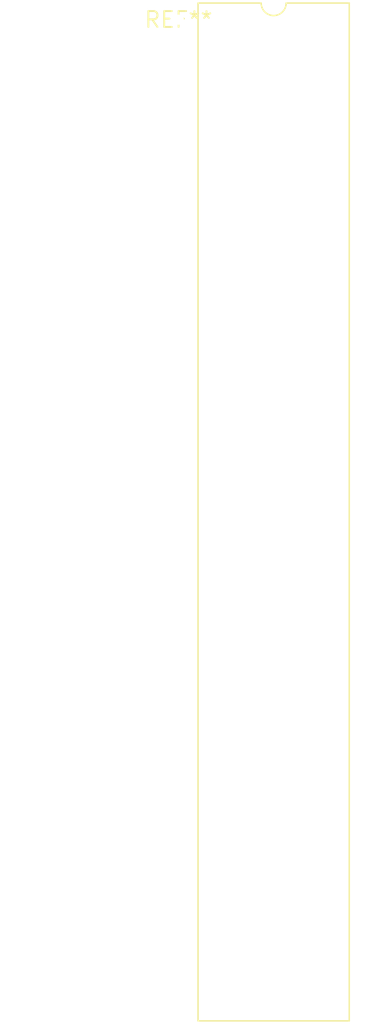
<source format=kicad_pcb>
(kicad_pcb (version 20240108) (generator pcbnew)
  (layers (0 "F.Cu" signal) (31 "B.Cu" signal) (34 "B.Paste" user) (35 "F.Paste" user) (36 "B.SilkS" user "B.Silkscreen") (37 "F.SilkS" user "F.Silkscreen") (38 "B.Mask" user) (39 "F.Mask" user) (44 "Edge.Cuts" user))
  (net 0 "")
  (footprint "DIP-64_W15.24mm_LongPads" (layer "F.Cu") (at 0 0)
    (property "Reference" "REF**")
    (property "Value" "DIP-64_W15.24mm_LongPads")
    (fp_line (start 1.56 -1.33) (end 1.56 80.07) (layer "F.SilkS") (stroke (width 0.12)))
    (fp_line (start 1.56 80.07) (end 13.68 80.07) (layer "F.SilkS") (stroke (width 0.12)))
    (fp_line (start 6.62 -1.33) (end 1.56 -1.33) (layer "F.SilkS") (stroke (width 0.12)))
    (fp_line (start 13.68 -1.33) (end 8.62 -1.33) (layer "F.SilkS") (stroke (width 0.12)))
    (fp_line (start 13.68 80.07) (end 13.68 -1.33) (layer "F.SilkS") (stroke (width 0.12)))
    (fp_arc (start 8.62 -1.33) (mid 7.62 -0.33) (end 6.62 -1.33) (layer "F.SilkS") (stroke (width 0.12)))
    (pad "1" thru_hole rect (at 0 0) (size 2.4 1.6) (drill 0.8) (layers *.Cu *.Mask) (remove_unused_layers))
    (pad "2" thru_hole oval (at 0 2.54) (size 2.4 1.6) (drill 0.8) (layers *.Cu *.Mask) (remove_unused_layers))
    (pad "3" thru_hole oval (at 0 5.08) (size 2.4 1.6) (drill 0.8) (layers *.Cu *.Mask) (remove_unused_layers))
    (pad "4" thru_hole oval (at 0 7.62) (size 2.4 1.6) (drill 0.8) (layers *.Cu *.Mask) (remove_unused_layers))
    (pad "5" thru_hole oval (at 0 10.16) (size 2.4 1.6) (drill 0.8) (layers *.Cu *.Mask) (remove_unused_layers))
    (pad "6" thru_hole oval (at 0 12.7) (size 2.4 1.6) (drill 0.8) (layers *.Cu *.Mask) (remove_unused_layers))
    (pad "7" thru_hole oval (at 0 15.24) (size 2.4 1.6) (drill 0.8) (layers *.Cu *.Mask) (remove_unused_layers))
    (pad "8" thru_hole oval (at 0 17.78) (size 2.4 1.6) (drill 0.8) (layers *.Cu *.Mask) (remove_unused_layers))
    (pad "9" thru_hole oval (at 0 20.32) (size 2.4 1.6) (drill 0.8) (layers *.Cu *.Mask) (remove_unused_layers))
    (pad "10" thru_hole oval (at 0 22.86) (size 2.4 1.6) (drill 0.8) (layers *.Cu *.Mask) (remove_unused_layers))
    (pad "11" thru_hole oval (at 0 25.4) (size 2.4 1.6) (drill 0.8) (layers *.Cu *.Mask) (remove_unused_layers))
    (pad "12" thru_hole oval (at 0 27.94) (size 2.4 1.6) (drill 0.8) (layers *.Cu *.Mask) (remove_unused_layers))
    (pad "13" thru_hole oval (at 0 30.48) (size 2.4 1.6) (drill 0.8) (layers *.Cu *.Mask) (remove_unused_layers))
    (pad "14" thru_hole oval (at 0 33.02) (size 2.4 1.6) (drill 0.8) (layers *.Cu *.Mask) (remove_unused_layers))
    (pad "15" thru_hole oval (at 0 35.56) (size 2.4 1.6) (drill 0.8) (layers *.Cu *.Mask) (remove_unused_layers))
    (pad "16" thru_hole oval (at 0 38.1) (size 2.4 1.6) (drill 0.8) (layers *.Cu *.Mask) (remove_unused_layers))
    (pad "17" thru_hole oval (at 0 40.64) (size 2.4 1.6) (drill 0.8) (layers *.Cu *.Mask) (remove_unused_layers))
    (pad "18" thru_hole oval (at 0 43.18) (size 2.4 1.6) (drill 0.8) (layers *.Cu *.Mask) (remove_unused_layers))
    (pad "19" thru_hole oval (at 0 45.72) (size 2.4 1.6) (drill 0.8) (layers *.Cu *.Mask) (remove_unused_layers))
    (pad "20" thru_hole oval (at 0 48.26) (size 2.4 1.6) (drill 0.8) (layers *.Cu *.Mask) (remove_unused_layers))
    (pad "21" thru_hole oval (at 0 50.8) (size 2.4 1.6) (drill 0.8) (layers *.Cu *.Mask) (remove_unused_layers))
    (pad "22" thru_hole oval (at 0 53.34) (size 2.4 1.6) (drill 0.8) (layers *.Cu *.Mask) (remove_unused_layers))
    (pad "23" thru_hole oval (at 0 55.88) (size 2.4 1.6) (drill 0.8) (layers *.Cu *.Mask) (remove_unused_layers))
    (pad "24" thru_hole oval (at 0 58.42) (size 2.4 1.6) (drill 0.8) (layers *.Cu *.Mask) (remove_unused_layers))
    (pad "25" thru_hole oval (at 0 60.96) (size 2.4 1.6) (drill 0.8) (layers *.Cu *.Mask) (remove_unused_layers))
    (pad "26" thru_hole oval (at 0 63.5) (size 2.4 1.6) (drill 0.8) (layers *.Cu *.Mask) (remove_unused_layers))
    (pad "27" thru_hole oval (at 0 66.04) (size 2.4 1.6) (drill 0.8) (layers *.Cu *.Mask) (remove_unused_layers))
    (pad "28" thru_hole oval (at 0 68.58) (size 2.4 1.6) (drill 0.8) (layers *.Cu *.Mask) (remove_unused_layers))
    (pad "29" thru_hole oval (at 0 71.12) (size 2.4 1.6) (drill 0.8) (layers *.Cu *.Mask) (remove_unused_layers))
    (pad "30" thru_hole oval (at 0 73.66) (size 2.4 1.6) (drill 0.8) (layers *.Cu *.Mask) (remove_unused_layers))
    (pad "31" thru_hole oval (at 0 76.2) (size 2.4 1.6) (drill 0.8) (layers *.Cu *.Mask) (remove_unused_layers))
    (pad "32" thru_hole oval (at 0 78.74) (size 2.4 1.6) (drill 0.8) (layers *.Cu *.Mask) (remove_unused_layers))
    (pad "33" thru_hole oval (at 15.24 78.74) (size 2.4 1.6) (drill 0.8) (layers *.Cu *.Mask) (remove_unused_layers))
    (pad "34" thru_hole oval (at 15.24 76.2) (size 2.4 1.6) (drill 0.8) (layers *.Cu *.Mask) (remove_unused_layers))
    (pad "35" thru_hole oval (at 15.24 73.66) (size 2.4 1.6) (drill 0.8) (layers *.Cu *.Mask) (remove_unused_layers))
    (pad "36" thru_hole oval (at 15.24 71.12) (size 2.4 1.6) (drill 0.8) (layers *.Cu *.Mask) (remove_unused_layers))
    (pad "37" thru_hole oval (at 15.24 68.58) (size 2.4 1.6) (drill 0.8) (layers *.Cu *.Mask) (remove_unused_layers))
    (pad "38" thru_hole oval (at 15.24 66.04) (size 2.4 1.6) (drill 0.8) (layers *.Cu *.Mask) (remove_unused_layers))
    (pad "39" thru_hole oval (at 15.24 63.5) (size 2.4 1.6) (drill 0.8) (layers *.Cu *.Mask) (remove_unused_layers))
    (pad "40" thru_hole oval (at 15.24 60.96) (size 2.4 1.6) (drill 0.8) (layers *.Cu *.Mask) (remove_unused_layers))
    (pad "41" thru_hole oval (at 15.24 58.42) (size 2.4 1.6) (drill 0.8) (layers *.Cu *.Mask) (remove_unused_layers))
    (pad "42" thru_hole oval (at 15.24 55.88) (size 2.4 1.6) (drill 0.8) (layers *.Cu *.Mask) (remove_unused_layers))
    (pad "43" thru_hole oval (at 15.24 53.34) (size 2.4 1.6) (drill 0.8) (layers *.Cu *.Mask) (remove_unused_layers))
    (pad "44" thru_hole oval (at 15.24 50.8) (size 2.4 1.6) (drill 0.8) (layers *.Cu *.Mask) (remove_unused_layers))
    (pad "45" thru_hole oval (at 15.24 48.26) (size 2.4 1.6) (drill 0.8) (layers *.Cu *.Mask) (remove_unused_layers))
    (pad "46" thru_hole oval (at 15.24 45.72) (size 2.4 1.6) (drill 0.8) (layers *.Cu *.Mask) (remove_unused_layers))
    (pad "47" thru_hole oval (at 15.24 43.18) (size 2.4 1.6) (drill 0.8) (layers *.Cu *.Mask) (remove_unused_layers))
    (pad "48" thru_hole oval (at 15.24 40.64) (size 2.4 1.6) (drill 0.8) (layers *.Cu *.Mask) (remove_unused_layers))
    (pad "49" thru_hole oval (at 15.24 38.1) (size 2.4 1.6) (drill 0.8) (layers *.Cu *.Mask) (remove_unused_layers))
    (pad "50" thru_hole oval (at 15.24 35.56) (size 2.4 1.6) (drill 0.8) (layers *.Cu *.Mask) (remove_unused_layers))
    (pad "51" thru_hole oval (at 15.24 33.02) (size 2.4 1.6) (drill 0.8) (layers *.Cu *.Mask) (remove_unused_layers))
    (pad "52" thru_hole oval (at 15.24 30.48) (size 2.4 1.6) (drill 0.8) (layers *.Cu *.Mask) (remove_unused_layers))
    (pad "53" thru_hole oval (at 15.24 27.94) (size 2.4 1.6) (drill 0.8) (layers *.Cu *.Mask) (remove_unused_layers))
    (pad "54" thru_hole oval (at 15.24 25.4) (size 2.4 1.6) (drill 0.8) (layers *.Cu *.Mask) (remove_unused_layers))
    (pad "55" thru_hole oval (at 15.24 22.86) (size 2.4 1.6) (drill 0.8) (layers *.Cu *.Mask) (remove_unused_layers))
    (pad "56" thru_hole oval (at 15.24 20.32) (size 2.4 1.6) (drill 0.8) (layers *.Cu *.Mask) (remove_unused_layers))
    (pad "57" thru_hole oval (at 15.24 17.78) (size 2.4 1.6) (drill 0.8) (layers *.Cu *.Mask) (remove_unused_layers))
    (pad "58" thru_hole oval (at 15.24 15.24) (size 2.4 1.6) (drill 0.8) (layers *.Cu *.Mask) (remove_unused_layers))
    (pad "59" thru_hole oval (at 15.24 12.7) (size 2.4 1.6) (drill 0.8) (layers *.Cu *.Mask) (remove_unused_layers))
    (pad "60" thru_hole oval (at 15.24 10.16) (size 2.4 1.6) (drill 0.8) (layers *.Cu *.Mask) (remove_unused_layers))
    (pad "61" thru_hole oval (at 15.24 7.62) (size 2.4 1.6) (drill 0.8) (layers *.Cu *.Mask) (remove_unused_layers))
    (pad "62" thru_hole oval (at 15.24 5.08) (size 2.4 1.6) (drill 0.8) (layers *.Cu *.Mask) (remove_unused_layers))
    (pad "63" thru_hole oval (at 15.24 2.54) (size 2.4 1.6) (drill 0.8) (layers *.Cu *.Mask) (remove_unused_layers))
    (pad "64" thru_hole oval (at 15.24 0) (size 2.4 1.6) (drill 0.8) (layers *.Cu *.Mask) (remove_unused_layers))
  )
)
</source>
